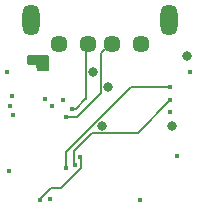
<source format=gbr>
%TF.GenerationSoftware,KiCad,Pcbnew,8.0.4*%
%TF.CreationDate,2024-07-31T09:21:43+02:00*%
%TF.ProjectId,miniCO2,6d696e69-434f-4322-9e6b-696361645f70,rev?*%
%TF.SameCoordinates,Original*%
%TF.FileFunction,Copper,L2,Inr*%
%TF.FilePolarity,Positive*%
%FSLAX46Y46*%
G04 Gerber Fmt 4.6, Leading zero omitted, Abs format (unit mm)*
G04 Created by KiCad (PCBNEW 8.0.4) date 2024-07-31 09:21:43*
%MOMM*%
%LPD*%
G01*
G04 APERTURE LIST*
%TA.AperFunction,ComponentPad*%
%ADD10C,1.450000*%
%TD*%
%TA.AperFunction,ComponentPad*%
%ADD11O,1.450000X2.650000*%
%TD*%
%TA.AperFunction,ViaPad*%
%ADD12C,0.400000*%
%TD*%
%TA.AperFunction,ViaPad*%
%ADD13C,0.800000*%
%TD*%
%TA.AperFunction,Conductor*%
%ADD14C,0.150000*%
%TD*%
%TA.AperFunction,Conductor*%
%ADD15C,0.200000*%
%TD*%
G04 APERTURE END LIST*
D10*
%TO.N,VBUS*%
%TO.C,J1*%
X137921900Y-82831262D03*
%TO.N,D-*%
X140421900Y-82831262D03*
%TO.N,D+*%
X142421900Y-82831262D03*
%TO.N,GND*%
X144921900Y-82831262D03*
D11*
X135571900Y-80831262D03*
X147271900Y-80831262D03*
%TD*%
D12*
%TO.N,+3.3V*%
X144821900Y-96031262D03*
X137196900Y-95931262D03*
%TO.N,DIN*%
X136346900Y-96031262D03*
X139696900Y-92381262D03*
D13*
%TO.N,GND*%
X142128400Y-86487000D03*
X140858400Y-85217000D03*
D12*
X147304000Y-88620600D03*
D13*
%TO.N,+3.3V*%
X147468400Y-89763600D03*
D12*
X136159800Y-84488862D03*
D13*
X141614400Y-89763600D03*
X148781900Y-83858062D03*
D12*
X136159800Y-83980862D03*
X133924600Y-87282862D03*
X133684300Y-93560862D03*
%TO.N,SWDIO*%
X147921900Y-92331262D03*
X134059100Y-88836462D03*
%TO.N,D-*%
X139055400Y-88313662D03*
%TO.N,D+*%
X138521900Y-89039662D03*
%TO.N,Net-(U1-~{RESET})*%
X137310300Y-88125262D03*
X133541400Y-85231262D03*
%TO.N,SWCLK*%
X149021900Y-85231262D03*
X133805100Y-88074462D03*
%TO.N,SCL*%
X147349500Y-87617262D03*
X139309400Y-93124862D03*
%TO.N,SDA*%
X138496600Y-93378862D03*
X147349500Y-86499662D03*
%TO.N,VBUS*%
X136752800Y-87486062D03*
X138293400Y-87587662D03*
%TD*%
D14*
%TO.N,DIN*%
X139784400Y-93368762D02*
X139784400Y-92468762D01*
X137233359Y-95081262D02*
X138071900Y-95081262D01*
X136346900Y-95967721D02*
X137233359Y-95081262D01*
X138071900Y-95081262D02*
X139784400Y-93368762D01*
X136346900Y-96031262D02*
X136346900Y-95967721D01*
X139784400Y-92468762D02*
X139696900Y-92381262D01*
D15*
%TO.N,D-*%
X139345400Y-88313662D02*
X140141400Y-87517662D01*
X140221900Y-87517662D02*
X140221900Y-83131262D01*
X139055400Y-88313662D02*
X139345400Y-88313662D01*
X140221900Y-83131262D02*
X140421900Y-82931262D01*
%TO.N,D+*%
X139483000Y-89039662D02*
X141501400Y-87021262D01*
X138521900Y-89039662D02*
X139483000Y-89039662D01*
X142221900Y-82931262D02*
X142421900Y-82931262D01*
X141501400Y-83651762D02*
X142221900Y-82931262D01*
X141501400Y-87021262D02*
X141501400Y-83651762D01*
D14*
%TO.N,SCL*%
X139201482Y-93016944D02*
X139309400Y-93124862D01*
X140747862Y-90365600D02*
X139201482Y-91911980D01*
X139201482Y-91911980D02*
X139201482Y-93016944D01*
X147349500Y-87617262D02*
X144601162Y-90365600D01*
X144601162Y-90365600D02*
X140747862Y-90365600D01*
%TO.N,SDA*%
X144026981Y-86499662D02*
X138496600Y-92030043D01*
X138496600Y-92030043D02*
X138496600Y-93378862D01*
X147349500Y-86499662D02*
X144026981Y-86499662D01*
%TD*%
%TA.AperFunction,Conductor*%
%TO.N,+3.3V*%
G36*
X137017239Y-83797347D02*
G01*
X137062994Y-83850151D01*
X137074200Y-83901662D01*
X137074200Y-85025262D01*
X137054515Y-85092301D01*
X137001711Y-85138056D01*
X136950200Y-85149262D01*
X136203711Y-85149262D01*
X136136672Y-85129577D01*
X136090917Y-85076773D01*
X136084080Y-85057889D01*
X136075182Y-85025262D01*
X135956600Y-84590462D01*
X135956599Y-84590462D01*
X135369400Y-84590462D01*
X135302361Y-84570777D01*
X135256606Y-84517973D01*
X135245400Y-84466462D01*
X135245400Y-83901662D01*
X135265085Y-83834623D01*
X135317889Y-83788868D01*
X135369400Y-83777662D01*
X136950200Y-83777662D01*
X137017239Y-83797347D01*
G37*
%TD.AperFunction*%
%TD*%
M02*

</source>
